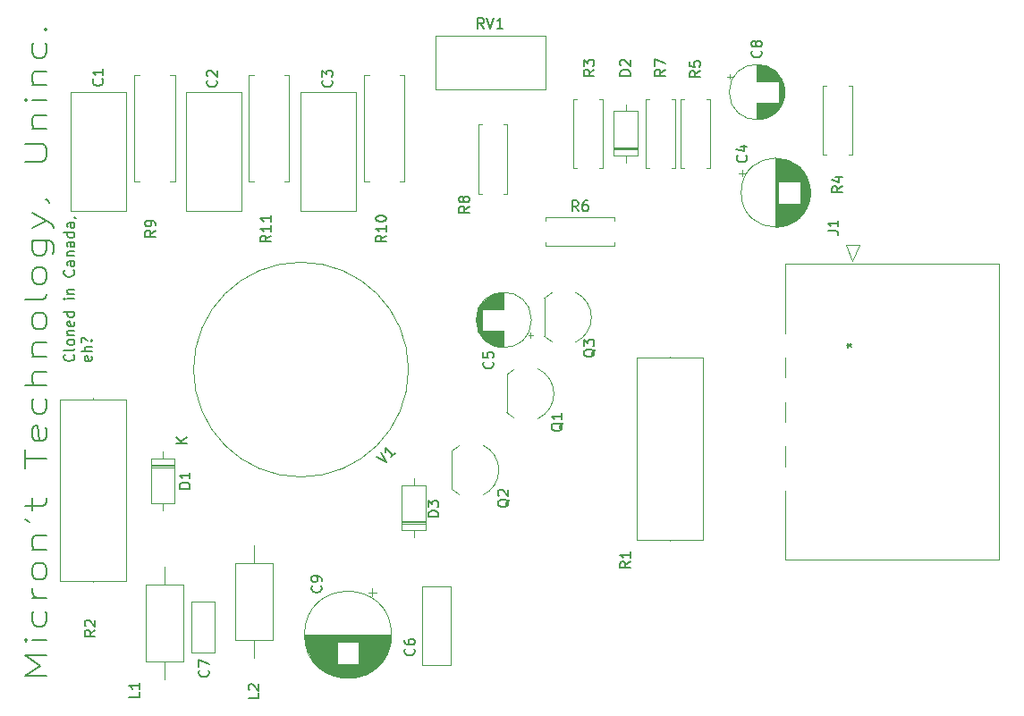
<source format=gbr>
%TF.GenerationSoftware,KiCad,Pcbnew,(5.1.12)-1*%
%TF.CreationDate,2022-10-17T14:23:25-06:00*%
%TF.ProjectId,SE30-Grayscale,53453330-2d47-4726-9179-7363616c652e,rev?*%
%TF.SameCoordinates,Original*%
%TF.FileFunction,Legend,Top*%
%TF.FilePolarity,Positive*%
%FSLAX46Y46*%
G04 Gerber Fmt 4.6, Leading zero omitted, Abs format (unit mm)*
G04 Created by KiCad (PCBNEW (5.1.12)-1) date 2022-10-17 14:23:25*
%MOMM*%
%LPD*%
G01*
G04 APERTURE LIST*
%ADD10C,0.150000*%
%ADD11C,0.120000*%
G04 APERTURE END LIST*
D10*
X105323142Y-82277976D02*
X105370761Y-82325595D01*
X105418380Y-82468452D01*
X105418380Y-82563690D01*
X105370761Y-82706547D01*
X105275523Y-82801785D01*
X105180285Y-82849404D01*
X104989809Y-82897023D01*
X104846952Y-82897023D01*
X104656476Y-82849404D01*
X104561238Y-82801785D01*
X104466000Y-82706547D01*
X104418380Y-82563690D01*
X104418380Y-82468452D01*
X104466000Y-82325595D01*
X104513619Y-82277976D01*
X105418380Y-81706547D02*
X105370761Y-81801785D01*
X105275523Y-81849404D01*
X104418380Y-81849404D01*
X105418380Y-81182738D02*
X105370761Y-81277976D01*
X105323142Y-81325595D01*
X105227904Y-81373214D01*
X104942190Y-81373214D01*
X104846952Y-81325595D01*
X104799333Y-81277976D01*
X104751714Y-81182738D01*
X104751714Y-81039880D01*
X104799333Y-80944642D01*
X104846952Y-80897023D01*
X104942190Y-80849404D01*
X105227904Y-80849404D01*
X105323142Y-80897023D01*
X105370761Y-80944642D01*
X105418380Y-81039880D01*
X105418380Y-81182738D01*
X104751714Y-80420833D02*
X105418380Y-80420833D01*
X104846952Y-80420833D02*
X104799333Y-80373214D01*
X104751714Y-80277976D01*
X104751714Y-80135119D01*
X104799333Y-80039880D01*
X104894571Y-79992261D01*
X105418380Y-79992261D01*
X105370761Y-79135119D02*
X105418380Y-79230357D01*
X105418380Y-79420833D01*
X105370761Y-79516071D01*
X105275523Y-79563690D01*
X104894571Y-79563690D01*
X104799333Y-79516071D01*
X104751714Y-79420833D01*
X104751714Y-79230357D01*
X104799333Y-79135119D01*
X104894571Y-79087500D01*
X104989809Y-79087500D01*
X105085047Y-79563690D01*
X105418380Y-78230357D02*
X104418380Y-78230357D01*
X105370761Y-78230357D02*
X105418380Y-78325595D01*
X105418380Y-78516071D01*
X105370761Y-78611309D01*
X105323142Y-78658928D01*
X105227904Y-78706547D01*
X104942190Y-78706547D01*
X104846952Y-78658928D01*
X104799333Y-78611309D01*
X104751714Y-78516071D01*
X104751714Y-78325595D01*
X104799333Y-78230357D01*
X105418380Y-76992261D02*
X104751714Y-76992261D01*
X104418380Y-76992261D02*
X104466000Y-77039880D01*
X104513619Y-76992261D01*
X104466000Y-76944642D01*
X104418380Y-76992261D01*
X104513619Y-76992261D01*
X104751714Y-76516071D02*
X105418380Y-76516071D01*
X104846952Y-76516071D02*
X104799333Y-76468452D01*
X104751714Y-76373214D01*
X104751714Y-76230357D01*
X104799333Y-76135119D01*
X104894571Y-76087500D01*
X105418380Y-76087500D01*
X105323142Y-74277976D02*
X105370761Y-74325595D01*
X105418380Y-74468452D01*
X105418380Y-74563690D01*
X105370761Y-74706547D01*
X105275523Y-74801785D01*
X105180285Y-74849404D01*
X104989809Y-74897023D01*
X104846952Y-74897023D01*
X104656476Y-74849404D01*
X104561238Y-74801785D01*
X104466000Y-74706547D01*
X104418380Y-74563690D01*
X104418380Y-74468452D01*
X104466000Y-74325595D01*
X104513619Y-74277976D01*
X105418380Y-73420833D02*
X104894571Y-73420833D01*
X104799333Y-73468452D01*
X104751714Y-73563690D01*
X104751714Y-73754166D01*
X104799333Y-73849404D01*
X105370761Y-73420833D02*
X105418380Y-73516071D01*
X105418380Y-73754166D01*
X105370761Y-73849404D01*
X105275523Y-73897023D01*
X105180285Y-73897023D01*
X105085047Y-73849404D01*
X105037428Y-73754166D01*
X105037428Y-73516071D01*
X104989809Y-73420833D01*
X104751714Y-72944642D02*
X105418380Y-72944642D01*
X104846952Y-72944642D02*
X104799333Y-72897023D01*
X104751714Y-72801785D01*
X104751714Y-72658928D01*
X104799333Y-72563690D01*
X104894571Y-72516071D01*
X105418380Y-72516071D01*
X105418380Y-71611309D02*
X104894571Y-71611309D01*
X104799333Y-71658928D01*
X104751714Y-71754166D01*
X104751714Y-71944642D01*
X104799333Y-72039880D01*
X105370761Y-71611309D02*
X105418380Y-71706547D01*
X105418380Y-71944642D01*
X105370761Y-72039880D01*
X105275523Y-72087500D01*
X105180285Y-72087500D01*
X105085047Y-72039880D01*
X105037428Y-71944642D01*
X105037428Y-71706547D01*
X104989809Y-71611309D01*
X105418380Y-70706547D02*
X104418380Y-70706547D01*
X105370761Y-70706547D02*
X105418380Y-70801785D01*
X105418380Y-70992261D01*
X105370761Y-71087500D01*
X105323142Y-71135119D01*
X105227904Y-71182738D01*
X104942190Y-71182738D01*
X104846952Y-71135119D01*
X104799333Y-71087500D01*
X104751714Y-70992261D01*
X104751714Y-70801785D01*
X104799333Y-70706547D01*
X105418380Y-69801785D02*
X104894571Y-69801785D01*
X104799333Y-69849404D01*
X104751714Y-69944642D01*
X104751714Y-70135119D01*
X104799333Y-70230357D01*
X105370761Y-69801785D02*
X105418380Y-69897023D01*
X105418380Y-70135119D01*
X105370761Y-70230357D01*
X105275523Y-70277976D01*
X105180285Y-70277976D01*
X105085047Y-70230357D01*
X105037428Y-70135119D01*
X105037428Y-69897023D01*
X104989809Y-69801785D01*
X105370761Y-69277976D02*
X105418380Y-69277976D01*
X105513619Y-69325595D01*
X105561238Y-69373214D01*
X107020761Y-82468452D02*
X107068380Y-82563690D01*
X107068380Y-82754166D01*
X107020761Y-82849404D01*
X106925523Y-82897023D01*
X106544571Y-82897023D01*
X106449333Y-82849404D01*
X106401714Y-82754166D01*
X106401714Y-82563690D01*
X106449333Y-82468452D01*
X106544571Y-82420833D01*
X106639809Y-82420833D01*
X106735047Y-82897023D01*
X107068380Y-81992261D02*
X106068380Y-81992261D01*
X107068380Y-81563690D02*
X106544571Y-81563690D01*
X106449333Y-81611309D01*
X106401714Y-81706547D01*
X106401714Y-81849404D01*
X106449333Y-81944642D01*
X106496952Y-81992261D01*
X106973142Y-80944642D02*
X107020761Y-80897023D01*
X107068380Y-80944642D01*
X107020761Y-80992261D01*
X106973142Y-80944642D01*
X107068380Y-80944642D01*
X106116000Y-81135119D02*
X106068380Y-81039880D01*
X106068380Y-80801785D01*
X106116000Y-80706547D01*
X106211238Y-80658928D01*
X106306476Y-80658928D01*
X106401714Y-80706547D01*
X106449333Y-80754166D01*
X106496952Y-80849404D01*
X106544571Y-80897023D01*
X106639809Y-80944642D01*
X106687428Y-80944642D01*
X102758761Y-112726214D02*
X100758761Y-112726214D01*
X102187333Y-111726214D01*
X100758761Y-110726214D01*
X102758761Y-110726214D01*
X102758761Y-109297642D02*
X101425428Y-109297642D01*
X100758761Y-109297642D02*
X100854000Y-109440500D01*
X100949238Y-109297642D01*
X100854000Y-109154785D01*
X100758761Y-109297642D01*
X100949238Y-109297642D01*
X102663523Y-106583357D02*
X102758761Y-106869071D01*
X102758761Y-107440500D01*
X102663523Y-107726214D01*
X102568285Y-107869071D01*
X102377809Y-108011928D01*
X101806380Y-108011928D01*
X101615904Y-107869071D01*
X101520666Y-107726214D01*
X101425428Y-107440500D01*
X101425428Y-106869071D01*
X101520666Y-106583357D01*
X102758761Y-105297642D02*
X101425428Y-105297642D01*
X101806380Y-105297642D02*
X101615904Y-105154785D01*
X101520666Y-105011928D01*
X101425428Y-104726214D01*
X101425428Y-104440500D01*
X102758761Y-103011928D02*
X102663523Y-103297642D01*
X102568285Y-103440500D01*
X102377809Y-103583357D01*
X101806380Y-103583357D01*
X101615904Y-103440500D01*
X101520666Y-103297642D01*
X101425428Y-103011928D01*
X101425428Y-102583357D01*
X101520666Y-102297642D01*
X101615904Y-102154785D01*
X101806380Y-102011928D01*
X102377809Y-102011928D01*
X102568285Y-102154785D01*
X102663523Y-102297642D01*
X102758761Y-102583357D01*
X102758761Y-103011928D01*
X101425428Y-100726214D02*
X102758761Y-100726214D01*
X101615904Y-100726214D02*
X101520666Y-100583357D01*
X101425428Y-100297642D01*
X101425428Y-99869071D01*
X101520666Y-99583357D01*
X101711142Y-99440500D01*
X102758761Y-99440500D01*
X100758761Y-97869071D02*
X101139714Y-98154785D01*
X101425428Y-97011928D02*
X101425428Y-95869071D01*
X100758761Y-96583357D02*
X102473047Y-96583357D01*
X102663523Y-96440500D01*
X102758761Y-96154785D01*
X102758761Y-95869071D01*
X100758761Y-93011928D02*
X100758761Y-91297642D01*
X102758761Y-92154785D02*
X100758761Y-92154785D01*
X102663523Y-89154785D02*
X102758761Y-89440500D01*
X102758761Y-90011928D01*
X102663523Y-90297642D01*
X102473047Y-90440500D01*
X101711142Y-90440500D01*
X101520666Y-90297642D01*
X101425428Y-90011928D01*
X101425428Y-89440500D01*
X101520666Y-89154785D01*
X101711142Y-89011928D01*
X101901619Y-89011928D01*
X102092095Y-90440500D01*
X102663523Y-86440500D02*
X102758761Y-86726214D01*
X102758761Y-87297642D01*
X102663523Y-87583357D01*
X102568285Y-87726214D01*
X102377809Y-87869071D01*
X101806380Y-87869071D01*
X101615904Y-87726214D01*
X101520666Y-87583357D01*
X101425428Y-87297642D01*
X101425428Y-86726214D01*
X101520666Y-86440500D01*
X102758761Y-85154785D02*
X100758761Y-85154785D01*
X102758761Y-83869071D02*
X101711142Y-83869071D01*
X101520666Y-84011928D01*
X101425428Y-84297642D01*
X101425428Y-84726214D01*
X101520666Y-85011928D01*
X101615904Y-85154785D01*
X101425428Y-82440500D02*
X102758761Y-82440500D01*
X101615904Y-82440500D02*
X101520666Y-82297642D01*
X101425428Y-82011928D01*
X101425428Y-81583357D01*
X101520666Y-81297642D01*
X101711142Y-81154785D01*
X102758761Y-81154785D01*
X102758761Y-79297642D02*
X102663523Y-79583357D01*
X102568285Y-79726214D01*
X102377809Y-79869071D01*
X101806380Y-79869071D01*
X101615904Y-79726214D01*
X101520666Y-79583357D01*
X101425428Y-79297642D01*
X101425428Y-78869071D01*
X101520666Y-78583357D01*
X101615904Y-78440500D01*
X101806380Y-78297642D01*
X102377809Y-78297642D01*
X102568285Y-78440500D01*
X102663523Y-78583357D01*
X102758761Y-78869071D01*
X102758761Y-79297642D01*
X102758761Y-76583357D02*
X102663523Y-76869071D01*
X102473047Y-77011928D01*
X100758761Y-77011928D01*
X102758761Y-75011928D02*
X102663523Y-75297642D01*
X102568285Y-75440500D01*
X102377809Y-75583357D01*
X101806380Y-75583357D01*
X101615904Y-75440500D01*
X101520666Y-75297642D01*
X101425428Y-75011928D01*
X101425428Y-74583357D01*
X101520666Y-74297642D01*
X101615904Y-74154785D01*
X101806380Y-74011928D01*
X102377809Y-74011928D01*
X102568285Y-74154785D01*
X102663523Y-74297642D01*
X102758761Y-74583357D01*
X102758761Y-75011928D01*
X101425428Y-71440500D02*
X103044476Y-71440500D01*
X103234952Y-71583357D01*
X103330190Y-71726214D01*
X103425428Y-72011928D01*
X103425428Y-72440500D01*
X103330190Y-72726214D01*
X102663523Y-71440500D02*
X102758761Y-71726214D01*
X102758761Y-72297642D01*
X102663523Y-72583357D01*
X102568285Y-72726214D01*
X102377809Y-72869071D01*
X101806380Y-72869071D01*
X101615904Y-72726214D01*
X101520666Y-72583357D01*
X101425428Y-72297642D01*
X101425428Y-71726214D01*
X101520666Y-71440500D01*
X101425428Y-70297642D02*
X102758761Y-69583357D01*
X101425428Y-68869071D02*
X102758761Y-69583357D01*
X103234952Y-69869071D01*
X103330190Y-70011928D01*
X103425428Y-70297642D01*
X102663523Y-67583357D02*
X102758761Y-67583357D01*
X102949238Y-67726214D01*
X103044476Y-67869071D01*
X100758761Y-64011928D02*
X102377809Y-64011928D01*
X102568285Y-63869071D01*
X102663523Y-63726214D01*
X102758761Y-63440500D01*
X102758761Y-62869071D01*
X102663523Y-62583357D01*
X102568285Y-62440500D01*
X102377809Y-62297642D01*
X100758761Y-62297642D01*
X101425428Y-60869071D02*
X102758761Y-60869071D01*
X101615904Y-60869071D02*
X101520666Y-60726214D01*
X101425428Y-60440500D01*
X101425428Y-60011928D01*
X101520666Y-59726214D01*
X101711142Y-59583357D01*
X102758761Y-59583357D01*
X102758761Y-58154785D02*
X101425428Y-58154785D01*
X100758761Y-58154785D02*
X100854000Y-58297642D01*
X100949238Y-58154785D01*
X100854000Y-58011928D01*
X100758761Y-58154785D01*
X100949238Y-58154785D01*
X101425428Y-56726214D02*
X102758761Y-56726214D01*
X101615904Y-56726214D02*
X101520666Y-56583357D01*
X101425428Y-56297642D01*
X101425428Y-55869071D01*
X101520666Y-55583357D01*
X101711142Y-55440500D01*
X102758761Y-55440500D01*
X102663523Y-52726214D02*
X102758761Y-53011928D01*
X102758761Y-53583357D01*
X102663523Y-53869071D01*
X102568285Y-54011928D01*
X102377809Y-54154785D01*
X101806380Y-54154785D01*
X101615904Y-54011928D01*
X101520666Y-53869071D01*
X101425428Y-53583357D01*
X101425428Y-53011928D01*
X101520666Y-52726214D01*
X102568285Y-51440500D02*
X102663523Y-51297642D01*
X102758761Y-51440500D01*
X102663523Y-51583357D01*
X102568285Y-51440500D01*
X102758761Y-51440500D01*
D11*
%TO.C,J1*%
X172670000Y-95169330D02*
X172670000Y-101706970D01*
X172670000Y-90969331D02*
X172670000Y-92844666D01*
X172670000Y-86769331D02*
X172670000Y-88644666D01*
X172670000Y-82569332D02*
X172670000Y-84444667D01*
X172670000Y-73707026D02*
X172670000Y-80244668D01*
X192970000Y-73707026D02*
X172670000Y-73707026D01*
X192970000Y-101706970D02*
X192970000Y-73707026D01*
X172670000Y-101706970D02*
X192970000Y-101706970D01*
X179705000Y-71929026D02*
X179070000Y-73453026D01*
X178435000Y-71929026D02*
X179705000Y-71929026D01*
X179070000Y-73453026D02*
X178435000Y-71929026D01*
%TO.C,V1*%
X137043000Y-83693000D02*
G75*
G03*
X137043000Y-83693000I-10170000J0D01*
G01*
%TO.C,Q2*%
X141152000Y-91418000D02*
X141152000Y-95018000D01*
X141879205Y-95542184D02*
G75*
G02*
X141152000Y-95018000I1122795J2324184D01*
G01*
X144100807Y-95574400D02*
G75*
G03*
X145602000Y-93218000I-1098807J2356400D01*
G01*
X144100807Y-90861600D02*
G75*
G02*
X145602000Y-93218000I-1098807J-2356400D01*
G01*
X141879205Y-90893816D02*
G75*
G03*
X141152000Y-91418000I1122795J-2324184D01*
G01*
%TO.C,Q1*%
X146359000Y-84179000D02*
X146359000Y-87779000D01*
X147086205Y-88303184D02*
G75*
G02*
X146359000Y-87779000I1122795J2324184D01*
G01*
X149307807Y-88335400D02*
G75*
G03*
X150809000Y-85979000I-1098807J2356400D01*
G01*
X149307807Y-83622600D02*
G75*
G02*
X150809000Y-85979000I-1098807J-2356400D01*
G01*
X147086205Y-83654816D02*
G75*
G03*
X146359000Y-84179000I1122795J-2324184D01*
G01*
%TO.C,RV1*%
X139580000Y-57150000D02*
X139580000Y-52070000D01*
X139580000Y-57150000D02*
X149980000Y-57150000D01*
X149980000Y-52070000D02*
X149980000Y-57150000D01*
X139580000Y-52070000D02*
X149980000Y-52070000D01*
%TO.C,R11*%
X125745000Y-55763000D02*
X125265000Y-55763000D01*
X125745000Y-65903000D02*
X125745000Y-55763000D01*
X125265000Y-65903000D02*
X125745000Y-65903000D01*
X121905000Y-55763000D02*
X122385000Y-55763000D01*
X121905000Y-65903000D02*
X121905000Y-55763000D01*
X122385000Y-65903000D02*
X121905000Y-65903000D01*
%TO.C,R10*%
X136667000Y-55763000D02*
X136187000Y-55763000D01*
X136667000Y-65903000D02*
X136667000Y-55763000D01*
X136187000Y-65903000D02*
X136667000Y-65903000D01*
X132827000Y-55763000D02*
X133307000Y-55763000D01*
X132827000Y-65903000D02*
X132827000Y-55763000D01*
X133307000Y-65903000D02*
X132827000Y-65903000D01*
%TO.C,R9*%
X114950000Y-55763000D02*
X114470000Y-55763000D01*
X114950000Y-65903000D02*
X114950000Y-55763000D01*
X114470000Y-65903000D02*
X114950000Y-65903000D01*
X111110000Y-55763000D02*
X111590000Y-55763000D01*
X111110000Y-65903000D02*
X111110000Y-55763000D01*
X111590000Y-65903000D02*
X111110000Y-65903000D01*
%TO.C,R8*%
X143664000Y-67024000D02*
X143994000Y-67024000D01*
X143664000Y-60484000D02*
X143664000Y-67024000D01*
X143994000Y-60484000D02*
X143664000Y-60484000D01*
X146404000Y-67024000D02*
X146074000Y-67024000D01*
X146404000Y-60484000D02*
X146404000Y-67024000D01*
X146074000Y-60484000D02*
X146404000Y-60484000D01*
%TO.C,R7*%
X162279000Y-58071000D02*
X161949000Y-58071000D01*
X162279000Y-64611000D02*
X162279000Y-58071000D01*
X161949000Y-64611000D02*
X162279000Y-64611000D01*
X159539000Y-58071000D02*
X159869000Y-58071000D01*
X159539000Y-64611000D02*
X159539000Y-58071000D01*
X159869000Y-64611000D02*
X159539000Y-64611000D01*
%TO.C,R6*%
X156559000Y-71982000D02*
X156559000Y-71652000D01*
X150019000Y-71982000D02*
X156559000Y-71982000D01*
X150019000Y-71652000D02*
X150019000Y-71982000D01*
X156559000Y-69242000D02*
X156559000Y-69572000D01*
X150019000Y-69242000D02*
X156559000Y-69242000D01*
X150019000Y-69572000D02*
X150019000Y-69242000D01*
%TO.C,R5*%
X165581000Y-58071000D02*
X165251000Y-58071000D01*
X165581000Y-64611000D02*
X165581000Y-58071000D01*
X165251000Y-64611000D02*
X165581000Y-64611000D01*
X162841000Y-58071000D02*
X163171000Y-58071000D01*
X162841000Y-64611000D02*
X162841000Y-58071000D01*
X163171000Y-64611000D02*
X162841000Y-64611000D01*
%TO.C,R4*%
X176303000Y-63341000D02*
X176633000Y-63341000D01*
X176303000Y-56801000D02*
X176303000Y-63341000D01*
X176633000Y-56801000D02*
X176303000Y-56801000D01*
X179043000Y-63341000D02*
X178713000Y-63341000D01*
X179043000Y-56801000D02*
X179043000Y-63341000D01*
X178713000Y-56801000D02*
X179043000Y-56801000D01*
%TO.C,R3*%
X152681000Y-64611000D02*
X153011000Y-64611000D01*
X152681000Y-58071000D02*
X152681000Y-64611000D01*
X153011000Y-58071000D02*
X152681000Y-58071000D01*
X155421000Y-64611000D02*
X155091000Y-64611000D01*
X155421000Y-58071000D02*
X155421000Y-64611000D01*
X155091000Y-58071000D02*
X155421000Y-58071000D01*
%TO.C,R2*%
X107188000Y-86403000D02*
X107188000Y-86503000D01*
X107188000Y-103843000D02*
X107188000Y-103743000D01*
X104068000Y-86503000D02*
X104068000Y-103743000D01*
X110308000Y-86503000D02*
X104068000Y-86503000D01*
X110308000Y-103743000D02*
X110308000Y-86503000D01*
X104068000Y-103743000D02*
X110308000Y-103743000D01*
%TO.C,R1*%
X161798000Y-99906000D02*
X161798000Y-99806000D01*
X161798000Y-82466000D02*
X161798000Y-82566000D01*
X164918000Y-99806000D02*
X164918000Y-82566000D01*
X158678000Y-99806000D02*
X164918000Y-99806000D01*
X158678000Y-82566000D02*
X158678000Y-99806000D01*
X164918000Y-82566000D02*
X158678000Y-82566000D01*
%TO.C,Q3*%
X149915000Y-76940000D02*
X149915000Y-80540000D01*
X150642205Y-81064184D02*
G75*
G02*
X149915000Y-80540000I1122795J2324184D01*
G01*
X152863807Y-81096400D02*
G75*
G03*
X154365000Y-78740000I-1098807J2356400D01*
G01*
X152863807Y-76383600D02*
G75*
G02*
X154365000Y-78740000I-1098807J-2356400D01*
G01*
X150642205Y-76415816D02*
G75*
G03*
X149915000Y-76940000I1122795J-2324184D01*
G01*
%TO.C,L2*%
X122428000Y-100354000D02*
X122428000Y-102044000D01*
X122428000Y-110974000D02*
X122428000Y-109284000D01*
X120658000Y-102044000D02*
X120658000Y-109284000D01*
X124198000Y-102044000D02*
X120658000Y-102044000D01*
X124198000Y-109284000D02*
X124198000Y-102044000D01*
X120658000Y-109284000D02*
X124198000Y-109284000D01*
%TO.C,L1*%
X113919000Y-113006000D02*
X113919000Y-111316000D01*
X113919000Y-102386000D02*
X113919000Y-104076000D01*
X115689000Y-111316000D02*
X115689000Y-104076000D01*
X112149000Y-111316000D02*
X115689000Y-111316000D01*
X112149000Y-104076000D02*
X112149000Y-111316000D01*
X115689000Y-104076000D02*
X112149000Y-104076000D01*
%TO.C,D3*%
X136421000Y-98294000D02*
X138661000Y-98294000D01*
X136421000Y-98054000D02*
X138661000Y-98054000D01*
X136421000Y-98174000D02*
X138661000Y-98174000D01*
X137541000Y-94004000D02*
X137541000Y-94654000D01*
X137541000Y-99544000D02*
X137541000Y-98894000D01*
X136421000Y-94654000D02*
X136421000Y-98894000D01*
X138661000Y-94654000D02*
X136421000Y-94654000D01*
X138661000Y-98894000D02*
X138661000Y-94654000D01*
X136421000Y-98894000D02*
X138661000Y-98894000D01*
%TO.C,D2*%
X156487000Y-62861000D02*
X158727000Y-62861000D01*
X156487000Y-62621000D02*
X158727000Y-62621000D01*
X156487000Y-62741000D02*
X158727000Y-62741000D01*
X157607000Y-58571000D02*
X157607000Y-59221000D01*
X157607000Y-64111000D02*
X157607000Y-63461000D01*
X156487000Y-59221000D02*
X156487000Y-63461000D01*
X158727000Y-59221000D02*
X156487000Y-59221000D01*
X158727000Y-63461000D02*
X158727000Y-59221000D01*
X156487000Y-63461000D02*
X158727000Y-63461000D01*
%TO.C,D1*%
X114912000Y-92714000D02*
X112672000Y-92714000D01*
X114912000Y-92954000D02*
X112672000Y-92954000D01*
X114912000Y-92834000D02*
X112672000Y-92834000D01*
X113792000Y-97004000D02*
X113792000Y-96354000D01*
X113792000Y-91464000D02*
X113792000Y-92114000D01*
X114912000Y-96354000D02*
X114912000Y-92114000D01*
X112672000Y-96354000D02*
X114912000Y-96354000D01*
X112672000Y-92114000D02*
X112672000Y-96354000D01*
X114912000Y-92114000D02*
X112672000Y-92114000D01*
%TO.C,C9*%
X134033000Y-104801302D02*
X133233000Y-104801302D01*
X133633000Y-104401302D02*
X133633000Y-105201302D01*
X131851000Y-112892000D02*
X130785000Y-112892000D01*
X132086000Y-112852000D02*
X130550000Y-112852000D01*
X132266000Y-112812000D02*
X130370000Y-112812000D01*
X132416000Y-112772000D02*
X130220000Y-112772000D01*
X132547000Y-112732000D02*
X130089000Y-112732000D01*
X132664000Y-112692000D02*
X129972000Y-112692000D01*
X132771000Y-112652000D02*
X129865000Y-112652000D01*
X132870000Y-112612000D02*
X129766000Y-112612000D01*
X132963000Y-112572000D02*
X129673000Y-112572000D01*
X133049000Y-112532000D02*
X129587000Y-112532000D01*
X133131000Y-112492000D02*
X129505000Y-112492000D01*
X133208000Y-112452000D02*
X129428000Y-112452000D01*
X133282000Y-112412000D02*
X129354000Y-112412000D01*
X133352000Y-112372000D02*
X129284000Y-112372000D01*
X133420000Y-112332000D02*
X129216000Y-112332000D01*
X133484000Y-112292000D02*
X129152000Y-112292000D01*
X133546000Y-112252000D02*
X129090000Y-112252000D01*
X133605000Y-112212000D02*
X129031000Y-112212000D01*
X133663000Y-112172000D02*
X128973000Y-112172000D01*
X133718000Y-112132000D02*
X128918000Y-112132000D01*
X133772000Y-112092000D02*
X128864000Y-112092000D01*
X133823000Y-112052000D02*
X128813000Y-112052000D01*
X133874000Y-112012000D02*
X128762000Y-112012000D01*
X133922000Y-111972000D02*
X128714000Y-111972000D01*
X133969000Y-111932000D02*
X128667000Y-111932000D01*
X134015000Y-111892000D02*
X128621000Y-111892000D01*
X134059000Y-111852000D02*
X128577000Y-111852000D01*
X134102000Y-111812000D02*
X128534000Y-111812000D01*
X134144000Y-111772000D02*
X128492000Y-111772000D01*
X134185000Y-111732000D02*
X128451000Y-111732000D01*
X134225000Y-111692000D02*
X128411000Y-111692000D01*
X134263000Y-111652000D02*
X128373000Y-111652000D01*
X134301000Y-111612000D02*
X128335000Y-111612000D01*
X130278000Y-111572000D02*
X128299000Y-111572000D01*
X134337000Y-111572000D02*
X132358000Y-111572000D01*
X130278000Y-111532000D02*
X128263000Y-111532000D01*
X134373000Y-111532000D02*
X132358000Y-111532000D01*
X130278000Y-111492000D02*
X128228000Y-111492000D01*
X134408000Y-111492000D02*
X132358000Y-111492000D01*
X130278000Y-111452000D02*
X128194000Y-111452000D01*
X134442000Y-111452000D02*
X132358000Y-111452000D01*
X130278000Y-111412000D02*
X128162000Y-111412000D01*
X134474000Y-111412000D02*
X132358000Y-111412000D01*
X130278000Y-111372000D02*
X128129000Y-111372000D01*
X134507000Y-111372000D02*
X132358000Y-111372000D01*
X130278000Y-111332000D02*
X128098000Y-111332000D01*
X134538000Y-111332000D02*
X132358000Y-111332000D01*
X130278000Y-111292000D02*
X128068000Y-111292000D01*
X134568000Y-111292000D02*
X132358000Y-111292000D01*
X130278000Y-111252000D02*
X128038000Y-111252000D01*
X134598000Y-111252000D02*
X132358000Y-111252000D01*
X130278000Y-111212000D02*
X128009000Y-111212000D01*
X134627000Y-111212000D02*
X132358000Y-111212000D01*
X130278000Y-111172000D02*
X127980000Y-111172000D01*
X134656000Y-111172000D02*
X132358000Y-111172000D01*
X130278000Y-111132000D02*
X127953000Y-111132000D01*
X134683000Y-111132000D02*
X132358000Y-111132000D01*
X130278000Y-111092000D02*
X127926000Y-111092000D01*
X134710000Y-111092000D02*
X132358000Y-111092000D01*
X130278000Y-111052000D02*
X127900000Y-111052000D01*
X134736000Y-111052000D02*
X132358000Y-111052000D01*
X130278000Y-111012000D02*
X127874000Y-111012000D01*
X134762000Y-111012000D02*
X132358000Y-111012000D01*
X130278000Y-110972000D02*
X127849000Y-110972000D01*
X134787000Y-110972000D02*
X132358000Y-110972000D01*
X130278000Y-110932000D02*
X127825000Y-110932000D01*
X134811000Y-110932000D02*
X132358000Y-110932000D01*
X130278000Y-110892000D02*
X127801000Y-110892000D01*
X134835000Y-110892000D02*
X132358000Y-110892000D01*
X130278000Y-110852000D02*
X127778000Y-110852000D01*
X134858000Y-110852000D02*
X132358000Y-110852000D01*
X130278000Y-110812000D02*
X127756000Y-110812000D01*
X134880000Y-110812000D02*
X132358000Y-110812000D01*
X130278000Y-110772000D02*
X127734000Y-110772000D01*
X134902000Y-110772000D02*
X132358000Y-110772000D01*
X130278000Y-110732000D02*
X127712000Y-110732000D01*
X134924000Y-110732000D02*
X132358000Y-110732000D01*
X130278000Y-110692000D02*
X127691000Y-110692000D01*
X134945000Y-110692000D02*
X132358000Y-110692000D01*
X130278000Y-110652000D02*
X127671000Y-110652000D01*
X134965000Y-110652000D02*
X132358000Y-110652000D01*
X130278000Y-110612000D02*
X127652000Y-110612000D01*
X134984000Y-110612000D02*
X132358000Y-110612000D01*
X130278000Y-110572000D02*
X127632000Y-110572000D01*
X135004000Y-110572000D02*
X132358000Y-110572000D01*
X130278000Y-110532000D02*
X127614000Y-110532000D01*
X135022000Y-110532000D02*
X132358000Y-110532000D01*
X130278000Y-110492000D02*
X127596000Y-110492000D01*
X135040000Y-110492000D02*
X132358000Y-110492000D01*
X130278000Y-110452000D02*
X127578000Y-110452000D01*
X135058000Y-110452000D02*
X132358000Y-110452000D01*
X130278000Y-110412000D02*
X127561000Y-110412000D01*
X135075000Y-110412000D02*
X132358000Y-110412000D01*
X130278000Y-110372000D02*
X127544000Y-110372000D01*
X135092000Y-110372000D02*
X132358000Y-110372000D01*
X130278000Y-110332000D02*
X127528000Y-110332000D01*
X135108000Y-110332000D02*
X132358000Y-110332000D01*
X130278000Y-110292000D02*
X127513000Y-110292000D01*
X135123000Y-110292000D02*
X132358000Y-110292000D01*
X130278000Y-110252000D02*
X127497000Y-110252000D01*
X135139000Y-110252000D02*
X132358000Y-110252000D01*
X130278000Y-110212000D02*
X127483000Y-110212000D01*
X135153000Y-110212000D02*
X132358000Y-110212000D01*
X130278000Y-110172000D02*
X127468000Y-110172000D01*
X135168000Y-110172000D02*
X132358000Y-110172000D01*
X130278000Y-110132000D02*
X127455000Y-110132000D01*
X135181000Y-110132000D02*
X132358000Y-110132000D01*
X130278000Y-110092000D02*
X127441000Y-110092000D01*
X135195000Y-110092000D02*
X132358000Y-110092000D01*
X130278000Y-110052000D02*
X127429000Y-110052000D01*
X135207000Y-110052000D02*
X132358000Y-110052000D01*
X130278000Y-110012000D02*
X127416000Y-110012000D01*
X135220000Y-110012000D02*
X132358000Y-110012000D01*
X130278000Y-109972000D02*
X127404000Y-109972000D01*
X135232000Y-109972000D02*
X132358000Y-109972000D01*
X130278000Y-109932000D02*
X127393000Y-109932000D01*
X135243000Y-109932000D02*
X132358000Y-109932000D01*
X130278000Y-109892000D02*
X127382000Y-109892000D01*
X135254000Y-109892000D02*
X132358000Y-109892000D01*
X130278000Y-109852000D02*
X127371000Y-109852000D01*
X135265000Y-109852000D02*
X132358000Y-109852000D01*
X130278000Y-109812000D02*
X127361000Y-109812000D01*
X135275000Y-109812000D02*
X132358000Y-109812000D01*
X130278000Y-109772000D02*
X127351000Y-109772000D01*
X135285000Y-109772000D02*
X132358000Y-109772000D01*
X130278000Y-109732000D02*
X127342000Y-109732000D01*
X135294000Y-109732000D02*
X132358000Y-109732000D01*
X130278000Y-109692000D02*
X127333000Y-109692000D01*
X135303000Y-109692000D02*
X132358000Y-109692000D01*
X130278000Y-109652000D02*
X127324000Y-109652000D01*
X135312000Y-109652000D02*
X132358000Y-109652000D01*
X130278000Y-109612000D02*
X127316000Y-109612000D01*
X135320000Y-109612000D02*
X132358000Y-109612000D01*
X130278000Y-109572000D02*
X127308000Y-109572000D01*
X135328000Y-109572000D02*
X132358000Y-109572000D01*
X130278000Y-109532000D02*
X127301000Y-109532000D01*
X135335000Y-109532000D02*
X132358000Y-109532000D01*
X135342000Y-109491000D02*
X127294000Y-109491000D01*
X135348000Y-109451000D02*
X127288000Y-109451000D01*
X135355000Y-109411000D02*
X127281000Y-109411000D01*
X135360000Y-109371000D02*
X127276000Y-109371000D01*
X135366000Y-109331000D02*
X127270000Y-109331000D01*
X135370000Y-109291000D02*
X127266000Y-109291000D01*
X135375000Y-109251000D02*
X127261000Y-109251000D01*
X135379000Y-109211000D02*
X127257000Y-109211000D01*
X135383000Y-109171000D02*
X127253000Y-109171000D01*
X135386000Y-109131000D02*
X127250000Y-109131000D01*
X135389000Y-109091000D02*
X127247000Y-109091000D01*
X135392000Y-109051000D02*
X127244000Y-109051000D01*
X135394000Y-109011000D02*
X127242000Y-109011000D01*
X135395000Y-108971000D02*
X127241000Y-108971000D01*
X135397000Y-108931000D02*
X127239000Y-108931000D01*
X135398000Y-108891000D02*
X127238000Y-108891000D01*
X135398000Y-108851000D02*
X127238000Y-108851000D01*
X135398000Y-108811000D02*
X127238000Y-108811000D01*
X135438000Y-108811000D02*
G75*
G03*
X135438000Y-108811000I-4120000J0D01*
G01*
%TO.C,C8*%
X167482225Y-55679000D02*
X167482225Y-56179000D01*
X167232225Y-55929000D02*
X167732225Y-55929000D01*
X172638000Y-57120000D02*
X172638000Y-57688000D01*
X172598000Y-56886000D02*
X172598000Y-57922000D01*
X172558000Y-56727000D02*
X172558000Y-58081000D01*
X172518000Y-56599000D02*
X172518000Y-58209000D01*
X172478000Y-56489000D02*
X172478000Y-58319000D01*
X172438000Y-56393000D02*
X172438000Y-58415000D01*
X172398000Y-56306000D02*
X172398000Y-58502000D01*
X172358000Y-56226000D02*
X172358000Y-58582000D01*
X172318000Y-56153000D02*
X172318000Y-58655000D01*
X172278000Y-56085000D02*
X172278000Y-58723000D01*
X172238000Y-56021000D02*
X172238000Y-58787000D01*
X172198000Y-55961000D02*
X172198000Y-58847000D01*
X172158000Y-55904000D02*
X172158000Y-58904000D01*
X172118000Y-55850000D02*
X172118000Y-58958000D01*
X172078000Y-55799000D02*
X172078000Y-59009000D01*
X172038000Y-58444000D02*
X172038000Y-59057000D01*
X172038000Y-55751000D02*
X172038000Y-56364000D01*
X171998000Y-58444000D02*
X171998000Y-59103000D01*
X171998000Y-55705000D02*
X171998000Y-56364000D01*
X171958000Y-58444000D02*
X171958000Y-59147000D01*
X171958000Y-55661000D02*
X171958000Y-56364000D01*
X171918000Y-58444000D02*
X171918000Y-59189000D01*
X171918000Y-55619000D02*
X171918000Y-56364000D01*
X171878000Y-58444000D02*
X171878000Y-59230000D01*
X171878000Y-55578000D02*
X171878000Y-56364000D01*
X171838000Y-58444000D02*
X171838000Y-59268000D01*
X171838000Y-55540000D02*
X171838000Y-56364000D01*
X171798000Y-58444000D02*
X171798000Y-59305000D01*
X171798000Y-55503000D02*
X171798000Y-56364000D01*
X171758000Y-58444000D02*
X171758000Y-59341000D01*
X171758000Y-55467000D02*
X171758000Y-56364000D01*
X171718000Y-58444000D02*
X171718000Y-59375000D01*
X171718000Y-55433000D02*
X171718000Y-56364000D01*
X171678000Y-58444000D02*
X171678000Y-59408000D01*
X171678000Y-55400000D02*
X171678000Y-56364000D01*
X171638000Y-58444000D02*
X171638000Y-59439000D01*
X171638000Y-55369000D02*
X171638000Y-56364000D01*
X171598000Y-58444000D02*
X171598000Y-59469000D01*
X171598000Y-55339000D02*
X171598000Y-56364000D01*
X171558000Y-58444000D02*
X171558000Y-59499000D01*
X171558000Y-55309000D02*
X171558000Y-56364000D01*
X171518000Y-58444000D02*
X171518000Y-59526000D01*
X171518000Y-55282000D02*
X171518000Y-56364000D01*
X171478000Y-58444000D02*
X171478000Y-59553000D01*
X171478000Y-55255000D02*
X171478000Y-56364000D01*
X171438000Y-58444000D02*
X171438000Y-59579000D01*
X171438000Y-55229000D02*
X171438000Y-56364000D01*
X171398000Y-58444000D02*
X171398000Y-59604000D01*
X171398000Y-55204000D02*
X171398000Y-56364000D01*
X171358000Y-58444000D02*
X171358000Y-59628000D01*
X171358000Y-55180000D02*
X171358000Y-56364000D01*
X171318000Y-58444000D02*
X171318000Y-59651000D01*
X171318000Y-55157000D02*
X171318000Y-56364000D01*
X171278000Y-58444000D02*
X171278000Y-59672000D01*
X171278000Y-55136000D02*
X171278000Y-56364000D01*
X171238000Y-58444000D02*
X171238000Y-59694000D01*
X171238000Y-55114000D02*
X171238000Y-56364000D01*
X171198000Y-58444000D02*
X171198000Y-59714000D01*
X171198000Y-55094000D02*
X171198000Y-56364000D01*
X171158000Y-58444000D02*
X171158000Y-59733000D01*
X171158000Y-55075000D02*
X171158000Y-56364000D01*
X171118000Y-58444000D02*
X171118000Y-59752000D01*
X171118000Y-55056000D02*
X171118000Y-56364000D01*
X171078000Y-58444000D02*
X171078000Y-59769000D01*
X171078000Y-55039000D02*
X171078000Y-56364000D01*
X171038000Y-58444000D02*
X171038000Y-59786000D01*
X171038000Y-55022000D02*
X171038000Y-56364000D01*
X170998000Y-58444000D02*
X170998000Y-59802000D01*
X170998000Y-55006000D02*
X170998000Y-56364000D01*
X170958000Y-58444000D02*
X170958000Y-59818000D01*
X170958000Y-54990000D02*
X170958000Y-56364000D01*
X170918000Y-58444000D02*
X170918000Y-59832000D01*
X170918000Y-54976000D02*
X170918000Y-56364000D01*
X170878000Y-58444000D02*
X170878000Y-59846000D01*
X170878000Y-54962000D02*
X170878000Y-56364000D01*
X170838000Y-58444000D02*
X170838000Y-59859000D01*
X170838000Y-54949000D02*
X170838000Y-56364000D01*
X170798000Y-58444000D02*
X170798000Y-59872000D01*
X170798000Y-54936000D02*
X170798000Y-56364000D01*
X170758000Y-58444000D02*
X170758000Y-59884000D01*
X170758000Y-54924000D02*
X170758000Y-56364000D01*
X170717000Y-58444000D02*
X170717000Y-59895000D01*
X170717000Y-54913000D02*
X170717000Y-56364000D01*
X170677000Y-58444000D02*
X170677000Y-59905000D01*
X170677000Y-54903000D02*
X170677000Y-56364000D01*
X170637000Y-58444000D02*
X170637000Y-59915000D01*
X170637000Y-54893000D02*
X170637000Y-56364000D01*
X170597000Y-58444000D02*
X170597000Y-59924000D01*
X170597000Y-54884000D02*
X170597000Y-56364000D01*
X170557000Y-58444000D02*
X170557000Y-59932000D01*
X170557000Y-54876000D02*
X170557000Y-56364000D01*
X170517000Y-58444000D02*
X170517000Y-59940000D01*
X170517000Y-54868000D02*
X170517000Y-56364000D01*
X170477000Y-58444000D02*
X170477000Y-59947000D01*
X170477000Y-54861000D02*
X170477000Y-56364000D01*
X170437000Y-58444000D02*
X170437000Y-59954000D01*
X170437000Y-54854000D02*
X170437000Y-56364000D01*
X170397000Y-58444000D02*
X170397000Y-59960000D01*
X170397000Y-54848000D02*
X170397000Y-56364000D01*
X170357000Y-58444000D02*
X170357000Y-59965000D01*
X170357000Y-54843000D02*
X170357000Y-56364000D01*
X170317000Y-58444000D02*
X170317000Y-59969000D01*
X170317000Y-54839000D02*
X170317000Y-56364000D01*
X170277000Y-58444000D02*
X170277000Y-59973000D01*
X170277000Y-54835000D02*
X170277000Y-56364000D01*
X170237000Y-58444000D02*
X170237000Y-59977000D01*
X170237000Y-54831000D02*
X170237000Y-56364000D01*
X170197000Y-58444000D02*
X170197000Y-59980000D01*
X170197000Y-54828000D02*
X170197000Y-56364000D01*
X170157000Y-58444000D02*
X170157000Y-59982000D01*
X170157000Y-54826000D02*
X170157000Y-56364000D01*
X170117000Y-58444000D02*
X170117000Y-59983000D01*
X170117000Y-54825000D02*
X170117000Y-56364000D01*
X170077000Y-54824000D02*
X170077000Y-56364000D01*
X170077000Y-58444000D02*
X170077000Y-59984000D01*
X170037000Y-54824000D02*
X170037000Y-56364000D01*
X170037000Y-58444000D02*
X170037000Y-59984000D01*
X172657000Y-57404000D02*
G75*
G03*
X172657000Y-57404000I-2620000J0D01*
G01*
%TO.C,C7*%
X116482000Y-105677000D02*
X118722000Y-105677000D01*
X116482000Y-110517000D02*
X118722000Y-110517000D01*
X118722000Y-110517000D02*
X118722000Y-105677000D01*
X116482000Y-110517000D02*
X116482000Y-105677000D01*
%TO.C,C6*%
X138330000Y-104270000D02*
X141070000Y-104270000D01*
X138330000Y-111710000D02*
X141070000Y-111710000D01*
X141070000Y-111710000D02*
X141070000Y-104270000D01*
X138330000Y-111710000D02*
X138330000Y-104270000D01*
%TO.C,C5*%
X148620775Y-80719000D02*
X148620775Y-80219000D01*
X148870775Y-80469000D02*
X148370775Y-80469000D01*
X143465000Y-79278000D02*
X143465000Y-78710000D01*
X143505000Y-79512000D02*
X143505000Y-78476000D01*
X143545000Y-79671000D02*
X143545000Y-78317000D01*
X143585000Y-79799000D02*
X143585000Y-78189000D01*
X143625000Y-79909000D02*
X143625000Y-78079000D01*
X143665000Y-80005000D02*
X143665000Y-77983000D01*
X143705000Y-80092000D02*
X143705000Y-77896000D01*
X143745000Y-80172000D02*
X143745000Y-77816000D01*
X143785000Y-80245000D02*
X143785000Y-77743000D01*
X143825000Y-80313000D02*
X143825000Y-77675000D01*
X143865000Y-80377000D02*
X143865000Y-77611000D01*
X143905000Y-80437000D02*
X143905000Y-77551000D01*
X143945000Y-80494000D02*
X143945000Y-77494000D01*
X143985000Y-80548000D02*
X143985000Y-77440000D01*
X144025000Y-80599000D02*
X144025000Y-77389000D01*
X144065000Y-77954000D02*
X144065000Y-77341000D01*
X144065000Y-80647000D02*
X144065000Y-80034000D01*
X144105000Y-77954000D02*
X144105000Y-77295000D01*
X144105000Y-80693000D02*
X144105000Y-80034000D01*
X144145000Y-77954000D02*
X144145000Y-77251000D01*
X144145000Y-80737000D02*
X144145000Y-80034000D01*
X144185000Y-77954000D02*
X144185000Y-77209000D01*
X144185000Y-80779000D02*
X144185000Y-80034000D01*
X144225000Y-77954000D02*
X144225000Y-77168000D01*
X144225000Y-80820000D02*
X144225000Y-80034000D01*
X144265000Y-77954000D02*
X144265000Y-77130000D01*
X144265000Y-80858000D02*
X144265000Y-80034000D01*
X144305000Y-77954000D02*
X144305000Y-77093000D01*
X144305000Y-80895000D02*
X144305000Y-80034000D01*
X144345000Y-77954000D02*
X144345000Y-77057000D01*
X144345000Y-80931000D02*
X144345000Y-80034000D01*
X144385000Y-77954000D02*
X144385000Y-77023000D01*
X144385000Y-80965000D02*
X144385000Y-80034000D01*
X144425000Y-77954000D02*
X144425000Y-76990000D01*
X144425000Y-80998000D02*
X144425000Y-80034000D01*
X144465000Y-77954000D02*
X144465000Y-76959000D01*
X144465000Y-81029000D02*
X144465000Y-80034000D01*
X144505000Y-77954000D02*
X144505000Y-76929000D01*
X144505000Y-81059000D02*
X144505000Y-80034000D01*
X144545000Y-77954000D02*
X144545000Y-76899000D01*
X144545000Y-81089000D02*
X144545000Y-80034000D01*
X144585000Y-77954000D02*
X144585000Y-76872000D01*
X144585000Y-81116000D02*
X144585000Y-80034000D01*
X144625000Y-77954000D02*
X144625000Y-76845000D01*
X144625000Y-81143000D02*
X144625000Y-80034000D01*
X144665000Y-77954000D02*
X144665000Y-76819000D01*
X144665000Y-81169000D02*
X144665000Y-80034000D01*
X144705000Y-77954000D02*
X144705000Y-76794000D01*
X144705000Y-81194000D02*
X144705000Y-80034000D01*
X144745000Y-77954000D02*
X144745000Y-76770000D01*
X144745000Y-81218000D02*
X144745000Y-80034000D01*
X144785000Y-77954000D02*
X144785000Y-76747000D01*
X144785000Y-81241000D02*
X144785000Y-80034000D01*
X144825000Y-77954000D02*
X144825000Y-76726000D01*
X144825000Y-81262000D02*
X144825000Y-80034000D01*
X144865000Y-77954000D02*
X144865000Y-76704000D01*
X144865000Y-81284000D02*
X144865000Y-80034000D01*
X144905000Y-77954000D02*
X144905000Y-76684000D01*
X144905000Y-81304000D02*
X144905000Y-80034000D01*
X144945000Y-77954000D02*
X144945000Y-76665000D01*
X144945000Y-81323000D02*
X144945000Y-80034000D01*
X144985000Y-77954000D02*
X144985000Y-76646000D01*
X144985000Y-81342000D02*
X144985000Y-80034000D01*
X145025000Y-77954000D02*
X145025000Y-76629000D01*
X145025000Y-81359000D02*
X145025000Y-80034000D01*
X145065000Y-77954000D02*
X145065000Y-76612000D01*
X145065000Y-81376000D02*
X145065000Y-80034000D01*
X145105000Y-77954000D02*
X145105000Y-76596000D01*
X145105000Y-81392000D02*
X145105000Y-80034000D01*
X145145000Y-77954000D02*
X145145000Y-76580000D01*
X145145000Y-81408000D02*
X145145000Y-80034000D01*
X145185000Y-77954000D02*
X145185000Y-76566000D01*
X145185000Y-81422000D02*
X145185000Y-80034000D01*
X145225000Y-77954000D02*
X145225000Y-76552000D01*
X145225000Y-81436000D02*
X145225000Y-80034000D01*
X145265000Y-77954000D02*
X145265000Y-76539000D01*
X145265000Y-81449000D02*
X145265000Y-80034000D01*
X145305000Y-77954000D02*
X145305000Y-76526000D01*
X145305000Y-81462000D02*
X145305000Y-80034000D01*
X145345000Y-77954000D02*
X145345000Y-76514000D01*
X145345000Y-81474000D02*
X145345000Y-80034000D01*
X145386000Y-77954000D02*
X145386000Y-76503000D01*
X145386000Y-81485000D02*
X145386000Y-80034000D01*
X145426000Y-77954000D02*
X145426000Y-76493000D01*
X145426000Y-81495000D02*
X145426000Y-80034000D01*
X145466000Y-77954000D02*
X145466000Y-76483000D01*
X145466000Y-81505000D02*
X145466000Y-80034000D01*
X145506000Y-77954000D02*
X145506000Y-76474000D01*
X145506000Y-81514000D02*
X145506000Y-80034000D01*
X145546000Y-77954000D02*
X145546000Y-76466000D01*
X145546000Y-81522000D02*
X145546000Y-80034000D01*
X145586000Y-77954000D02*
X145586000Y-76458000D01*
X145586000Y-81530000D02*
X145586000Y-80034000D01*
X145626000Y-77954000D02*
X145626000Y-76451000D01*
X145626000Y-81537000D02*
X145626000Y-80034000D01*
X145666000Y-77954000D02*
X145666000Y-76444000D01*
X145666000Y-81544000D02*
X145666000Y-80034000D01*
X145706000Y-77954000D02*
X145706000Y-76438000D01*
X145706000Y-81550000D02*
X145706000Y-80034000D01*
X145746000Y-77954000D02*
X145746000Y-76433000D01*
X145746000Y-81555000D02*
X145746000Y-80034000D01*
X145786000Y-77954000D02*
X145786000Y-76429000D01*
X145786000Y-81559000D02*
X145786000Y-80034000D01*
X145826000Y-77954000D02*
X145826000Y-76425000D01*
X145826000Y-81563000D02*
X145826000Y-80034000D01*
X145866000Y-77954000D02*
X145866000Y-76421000D01*
X145866000Y-81567000D02*
X145866000Y-80034000D01*
X145906000Y-77954000D02*
X145906000Y-76418000D01*
X145906000Y-81570000D02*
X145906000Y-80034000D01*
X145946000Y-77954000D02*
X145946000Y-76416000D01*
X145946000Y-81572000D02*
X145946000Y-80034000D01*
X145986000Y-77954000D02*
X145986000Y-76415000D01*
X145986000Y-81573000D02*
X145986000Y-80034000D01*
X146026000Y-81574000D02*
X146026000Y-80034000D01*
X146026000Y-77954000D02*
X146026000Y-76414000D01*
X146066000Y-81574000D02*
X146066000Y-80034000D01*
X146066000Y-77954000D02*
X146066000Y-76414000D01*
X148686000Y-78994000D02*
G75*
G03*
X148686000Y-78994000I-2620000J0D01*
G01*
%TO.C,C4*%
X168625759Y-64775000D02*
X168625759Y-65405000D01*
X168310759Y-65090000D02*
X168940759Y-65090000D01*
X175052000Y-66527000D02*
X175052000Y-67331000D01*
X175012000Y-66296000D02*
X175012000Y-67562000D01*
X174972000Y-66127000D02*
X174972000Y-67731000D01*
X174932000Y-65989000D02*
X174932000Y-67869000D01*
X174892000Y-65870000D02*
X174892000Y-67988000D01*
X174852000Y-65764000D02*
X174852000Y-68094000D01*
X174812000Y-65667000D02*
X174812000Y-68191000D01*
X174772000Y-65579000D02*
X174772000Y-68279000D01*
X174732000Y-65497000D02*
X174732000Y-68361000D01*
X174692000Y-65420000D02*
X174692000Y-68438000D01*
X174652000Y-65348000D02*
X174652000Y-68510000D01*
X174612000Y-65279000D02*
X174612000Y-68579000D01*
X174572000Y-65215000D02*
X174572000Y-68643000D01*
X174532000Y-65153000D02*
X174532000Y-68705000D01*
X174492000Y-65095000D02*
X174492000Y-68763000D01*
X174452000Y-65039000D02*
X174452000Y-68819000D01*
X174412000Y-64985000D02*
X174412000Y-68873000D01*
X174372000Y-64934000D02*
X174372000Y-68924000D01*
X174332000Y-64885000D02*
X174332000Y-68973000D01*
X174292000Y-64837000D02*
X174292000Y-69021000D01*
X174252000Y-64792000D02*
X174252000Y-69066000D01*
X174212000Y-64747000D02*
X174212000Y-69111000D01*
X174172000Y-64705000D02*
X174172000Y-69153000D01*
X174132000Y-64664000D02*
X174132000Y-69194000D01*
X174092000Y-67969000D02*
X174092000Y-69234000D01*
X174092000Y-64624000D02*
X174092000Y-65889000D01*
X174052000Y-67969000D02*
X174052000Y-69272000D01*
X174052000Y-64586000D02*
X174052000Y-65889000D01*
X174012000Y-67969000D02*
X174012000Y-69309000D01*
X174012000Y-64549000D02*
X174012000Y-65889000D01*
X173972000Y-67969000D02*
X173972000Y-69345000D01*
X173972000Y-64513000D02*
X173972000Y-65889000D01*
X173932000Y-67969000D02*
X173932000Y-69379000D01*
X173932000Y-64479000D02*
X173932000Y-65889000D01*
X173892000Y-67969000D02*
X173892000Y-69413000D01*
X173892000Y-64445000D02*
X173892000Y-65889000D01*
X173852000Y-67969000D02*
X173852000Y-69445000D01*
X173852000Y-64413000D02*
X173852000Y-65889000D01*
X173812000Y-67969000D02*
X173812000Y-69477000D01*
X173812000Y-64381000D02*
X173812000Y-65889000D01*
X173772000Y-67969000D02*
X173772000Y-69507000D01*
X173772000Y-64351000D02*
X173772000Y-65889000D01*
X173732000Y-67969000D02*
X173732000Y-69536000D01*
X173732000Y-64322000D02*
X173732000Y-65889000D01*
X173692000Y-67969000D02*
X173692000Y-69565000D01*
X173692000Y-64293000D02*
X173692000Y-65889000D01*
X173652000Y-67969000D02*
X173652000Y-69593000D01*
X173652000Y-64265000D02*
X173652000Y-65889000D01*
X173612000Y-67969000D02*
X173612000Y-69619000D01*
X173612000Y-64239000D02*
X173612000Y-65889000D01*
X173572000Y-67969000D02*
X173572000Y-69645000D01*
X173572000Y-64213000D02*
X173572000Y-65889000D01*
X173532000Y-67969000D02*
X173532000Y-69671000D01*
X173532000Y-64187000D02*
X173532000Y-65889000D01*
X173492000Y-67969000D02*
X173492000Y-69695000D01*
X173492000Y-64163000D02*
X173492000Y-65889000D01*
X173452000Y-67969000D02*
X173452000Y-69719000D01*
X173452000Y-64139000D02*
X173452000Y-65889000D01*
X173412000Y-67969000D02*
X173412000Y-69741000D01*
X173412000Y-64117000D02*
X173412000Y-65889000D01*
X173372000Y-67969000D02*
X173372000Y-69763000D01*
X173372000Y-64095000D02*
X173372000Y-65889000D01*
X173332000Y-67969000D02*
X173332000Y-69785000D01*
X173332000Y-64073000D02*
X173332000Y-65889000D01*
X173292000Y-67969000D02*
X173292000Y-69805000D01*
X173292000Y-64053000D02*
X173292000Y-65889000D01*
X173252000Y-67969000D02*
X173252000Y-69825000D01*
X173252000Y-64033000D02*
X173252000Y-65889000D01*
X173212000Y-67969000D02*
X173212000Y-69845000D01*
X173212000Y-64013000D02*
X173212000Y-65889000D01*
X173172000Y-67969000D02*
X173172000Y-69863000D01*
X173172000Y-63995000D02*
X173172000Y-65889000D01*
X173132000Y-67969000D02*
X173132000Y-69881000D01*
X173132000Y-63977000D02*
X173132000Y-65889000D01*
X173092000Y-67969000D02*
X173092000Y-69899000D01*
X173092000Y-63959000D02*
X173092000Y-65889000D01*
X173052000Y-67969000D02*
X173052000Y-69915000D01*
X173052000Y-63943000D02*
X173052000Y-65889000D01*
X173012000Y-67969000D02*
X173012000Y-69931000D01*
X173012000Y-63927000D02*
X173012000Y-65889000D01*
X172972000Y-67969000D02*
X172972000Y-69947000D01*
X172972000Y-63911000D02*
X172972000Y-65889000D01*
X172932000Y-67969000D02*
X172932000Y-69962000D01*
X172932000Y-63896000D02*
X172932000Y-65889000D01*
X172892000Y-67969000D02*
X172892000Y-69976000D01*
X172892000Y-63882000D02*
X172892000Y-65889000D01*
X172852000Y-67969000D02*
X172852000Y-69990000D01*
X172852000Y-63868000D02*
X172852000Y-65889000D01*
X172812000Y-67969000D02*
X172812000Y-70003000D01*
X172812000Y-63855000D02*
X172812000Y-65889000D01*
X172772000Y-67969000D02*
X172772000Y-70015000D01*
X172772000Y-63843000D02*
X172772000Y-65889000D01*
X172732000Y-67969000D02*
X172732000Y-70027000D01*
X172732000Y-63831000D02*
X172732000Y-65889000D01*
X172692000Y-67969000D02*
X172692000Y-70039000D01*
X172692000Y-63819000D02*
X172692000Y-65889000D01*
X172652000Y-67969000D02*
X172652000Y-70050000D01*
X172652000Y-63808000D02*
X172652000Y-65889000D01*
X172612000Y-67969000D02*
X172612000Y-70060000D01*
X172612000Y-63798000D02*
X172612000Y-65889000D01*
X172572000Y-67969000D02*
X172572000Y-70070000D01*
X172572000Y-63788000D02*
X172572000Y-65889000D01*
X172532000Y-67969000D02*
X172532000Y-70079000D01*
X172532000Y-63779000D02*
X172532000Y-65889000D01*
X172491000Y-67969000D02*
X172491000Y-70088000D01*
X172491000Y-63770000D02*
X172491000Y-65889000D01*
X172451000Y-67969000D02*
X172451000Y-70096000D01*
X172451000Y-63762000D02*
X172451000Y-65889000D01*
X172411000Y-67969000D02*
X172411000Y-70104000D01*
X172411000Y-63754000D02*
X172411000Y-65889000D01*
X172371000Y-67969000D02*
X172371000Y-70111000D01*
X172371000Y-63747000D02*
X172371000Y-65889000D01*
X172331000Y-67969000D02*
X172331000Y-70118000D01*
X172331000Y-63740000D02*
X172331000Y-65889000D01*
X172291000Y-67969000D02*
X172291000Y-70124000D01*
X172291000Y-63734000D02*
X172291000Y-65889000D01*
X172251000Y-67969000D02*
X172251000Y-70130000D01*
X172251000Y-63728000D02*
X172251000Y-65889000D01*
X172211000Y-67969000D02*
X172211000Y-70135000D01*
X172211000Y-63723000D02*
X172211000Y-65889000D01*
X172171000Y-67969000D02*
X172171000Y-70140000D01*
X172171000Y-63718000D02*
X172171000Y-65889000D01*
X172131000Y-67969000D02*
X172131000Y-70144000D01*
X172131000Y-63714000D02*
X172131000Y-65889000D01*
X172091000Y-67969000D02*
X172091000Y-70147000D01*
X172091000Y-63711000D02*
X172091000Y-65889000D01*
X172051000Y-67969000D02*
X172051000Y-70151000D01*
X172051000Y-63707000D02*
X172051000Y-65889000D01*
X172011000Y-63705000D02*
X172011000Y-70153000D01*
X171971000Y-63702000D02*
X171971000Y-70156000D01*
X171931000Y-63701000D02*
X171931000Y-70157000D01*
X171891000Y-63699000D02*
X171891000Y-70159000D01*
X171851000Y-63699000D02*
X171851000Y-70159000D01*
X171811000Y-63699000D02*
X171811000Y-70159000D01*
X175081000Y-66929000D02*
G75*
G03*
X175081000Y-66929000I-3270000J0D01*
G01*
%TO.C,C3*%
X132033000Y-68679000D02*
X126793000Y-68679000D01*
X132033000Y-57439000D02*
X126793000Y-57439000D01*
X126793000Y-57439000D02*
X126793000Y-68679000D01*
X132033000Y-57439000D02*
X132033000Y-68679000D01*
%TO.C,C2*%
X121238000Y-68679000D02*
X115998000Y-68679000D01*
X121238000Y-57439000D02*
X115998000Y-57439000D01*
X115998000Y-57439000D02*
X115998000Y-68679000D01*
X121238000Y-57439000D02*
X121238000Y-68679000D01*
%TO.C,C1*%
X110316000Y-68679000D02*
X105076000Y-68679000D01*
X110316000Y-57439000D02*
X105076000Y-57439000D01*
X105076000Y-57439000D02*
X105076000Y-68679000D01*
X110316000Y-57439000D02*
X110316000Y-68679000D01*
%TO.C,J1*%
D10*
X176744380Y-70564333D02*
X177458666Y-70564333D01*
X177601523Y-70611952D01*
X177696761Y-70707190D01*
X177744380Y-70850047D01*
X177744380Y-70945285D01*
X177744380Y-69564333D02*
X177744380Y-70135761D01*
X177744380Y-69850047D02*
X176744380Y-69850047D01*
X176887238Y-69945285D01*
X176982476Y-70040523D01*
X177030095Y-70135761D01*
X178522380Y-81407000D02*
X178760476Y-81407000D01*
X178665238Y-81645095D02*
X178760476Y-81407000D01*
X178665238Y-81168904D01*
X178950952Y-81549857D02*
X178760476Y-81407000D01*
X178950952Y-81264142D01*
%TO.C,V1*%
X133995586Y-91960425D02*
X134938395Y-92431830D01*
X134466990Y-91489021D01*
X135780188Y-91590036D02*
X135376127Y-91994097D01*
X135578158Y-91792066D02*
X134871051Y-91084960D01*
X134904723Y-91253318D01*
X134904723Y-91388005D01*
X134871051Y-91489021D01*
%TO.C,Q2*%
X146597619Y-95980238D02*
X146550000Y-96075476D01*
X146454761Y-96170714D01*
X146311904Y-96313571D01*
X146264285Y-96408809D01*
X146264285Y-96504047D01*
X146502380Y-96456428D02*
X146454761Y-96551666D01*
X146359523Y-96646904D01*
X146169047Y-96694523D01*
X145835714Y-96694523D01*
X145645238Y-96646904D01*
X145550000Y-96551666D01*
X145502380Y-96456428D01*
X145502380Y-96265952D01*
X145550000Y-96170714D01*
X145645238Y-96075476D01*
X145835714Y-96027857D01*
X146169047Y-96027857D01*
X146359523Y-96075476D01*
X146454761Y-96170714D01*
X146502380Y-96265952D01*
X146502380Y-96456428D01*
X145597619Y-95646904D02*
X145550000Y-95599285D01*
X145502380Y-95504047D01*
X145502380Y-95265952D01*
X145550000Y-95170714D01*
X145597619Y-95123095D01*
X145692857Y-95075476D01*
X145788095Y-95075476D01*
X145930952Y-95123095D01*
X146502380Y-95694523D01*
X146502380Y-95075476D01*
%TO.C,Q1*%
X151677619Y-88741238D02*
X151630000Y-88836476D01*
X151534761Y-88931714D01*
X151391904Y-89074571D01*
X151344285Y-89169809D01*
X151344285Y-89265047D01*
X151582380Y-89217428D02*
X151534761Y-89312666D01*
X151439523Y-89407904D01*
X151249047Y-89455523D01*
X150915714Y-89455523D01*
X150725238Y-89407904D01*
X150630000Y-89312666D01*
X150582380Y-89217428D01*
X150582380Y-89026952D01*
X150630000Y-88931714D01*
X150725238Y-88836476D01*
X150915714Y-88788857D01*
X151249047Y-88788857D01*
X151439523Y-88836476D01*
X151534761Y-88931714D01*
X151582380Y-89026952D01*
X151582380Y-89217428D01*
X151582380Y-87836476D02*
X151582380Y-88407904D01*
X151582380Y-88122190D02*
X150582380Y-88122190D01*
X150725238Y-88217428D01*
X150820476Y-88312666D01*
X150868095Y-88407904D01*
%TO.C,RV1*%
X144184761Y-51379380D02*
X143851428Y-50903190D01*
X143613333Y-51379380D02*
X143613333Y-50379380D01*
X143994285Y-50379380D01*
X144089523Y-50427000D01*
X144137142Y-50474619D01*
X144184761Y-50569857D01*
X144184761Y-50712714D01*
X144137142Y-50807952D01*
X144089523Y-50855571D01*
X143994285Y-50903190D01*
X143613333Y-50903190D01*
X144470476Y-50379380D02*
X144803809Y-51379380D01*
X145137142Y-50379380D01*
X145994285Y-51379380D02*
X145422857Y-51379380D01*
X145708571Y-51379380D02*
X145708571Y-50379380D01*
X145613333Y-50522238D01*
X145518095Y-50617476D01*
X145422857Y-50665095D01*
%TO.C,R11*%
X124023380Y-71000857D02*
X123547190Y-71334190D01*
X124023380Y-71572285D02*
X123023380Y-71572285D01*
X123023380Y-71191333D01*
X123071000Y-71096095D01*
X123118619Y-71048476D01*
X123213857Y-71000857D01*
X123356714Y-71000857D01*
X123451952Y-71048476D01*
X123499571Y-71096095D01*
X123547190Y-71191333D01*
X123547190Y-71572285D01*
X124023380Y-70048476D02*
X124023380Y-70619904D01*
X124023380Y-70334190D02*
X123023380Y-70334190D01*
X123166238Y-70429428D01*
X123261476Y-70524666D01*
X123309095Y-70619904D01*
X124023380Y-69096095D02*
X124023380Y-69667523D01*
X124023380Y-69381809D02*
X123023380Y-69381809D01*
X123166238Y-69477047D01*
X123261476Y-69572285D01*
X123309095Y-69667523D01*
%TO.C,R10*%
X134945380Y-71000857D02*
X134469190Y-71334190D01*
X134945380Y-71572285D02*
X133945380Y-71572285D01*
X133945380Y-71191333D01*
X133993000Y-71096095D01*
X134040619Y-71048476D01*
X134135857Y-71000857D01*
X134278714Y-71000857D01*
X134373952Y-71048476D01*
X134421571Y-71096095D01*
X134469190Y-71191333D01*
X134469190Y-71572285D01*
X134945380Y-70048476D02*
X134945380Y-70619904D01*
X134945380Y-70334190D02*
X133945380Y-70334190D01*
X134088238Y-70429428D01*
X134183476Y-70524666D01*
X134231095Y-70619904D01*
X133945380Y-69429428D02*
X133945380Y-69334190D01*
X133993000Y-69238952D01*
X134040619Y-69191333D01*
X134135857Y-69143714D01*
X134326333Y-69096095D01*
X134564428Y-69096095D01*
X134754904Y-69143714D01*
X134850142Y-69191333D01*
X134897761Y-69238952D01*
X134945380Y-69334190D01*
X134945380Y-69429428D01*
X134897761Y-69524666D01*
X134850142Y-69572285D01*
X134754904Y-69619904D01*
X134564428Y-69667523D01*
X134326333Y-69667523D01*
X134135857Y-69619904D01*
X134040619Y-69572285D01*
X133993000Y-69524666D01*
X133945380Y-69429428D01*
%TO.C,R9*%
X113101380Y-70524666D02*
X112625190Y-70858000D01*
X113101380Y-71096095D02*
X112101380Y-71096095D01*
X112101380Y-70715142D01*
X112149000Y-70619904D01*
X112196619Y-70572285D01*
X112291857Y-70524666D01*
X112434714Y-70524666D01*
X112529952Y-70572285D01*
X112577571Y-70619904D01*
X112625190Y-70715142D01*
X112625190Y-71096095D01*
X113101380Y-70048476D02*
X113101380Y-69858000D01*
X113053761Y-69762761D01*
X113006142Y-69715142D01*
X112863285Y-69619904D01*
X112672809Y-69572285D01*
X112291857Y-69572285D01*
X112196619Y-69619904D01*
X112149000Y-69667523D01*
X112101380Y-69762761D01*
X112101380Y-69953238D01*
X112149000Y-70048476D01*
X112196619Y-70096095D01*
X112291857Y-70143714D01*
X112529952Y-70143714D01*
X112625190Y-70096095D01*
X112672809Y-70048476D01*
X112720428Y-69953238D01*
X112720428Y-69762761D01*
X112672809Y-69667523D01*
X112625190Y-69619904D01*
X112529952Y-69572285D01*
%TO.C,R8*%
X142819380Y-68238666D02*
X142343190Y-68572000D01*
X142819380Y-68810095D02*
X141819380Y-68810095D01*
X141819380Y-68429142D01*
X141867000Y-68333904D01*
X141914619Y-68286285D01*
X142009857Y-68238666D01*
X142152714Y-68238666D01*
X142247952Y-68286285D01*
X142295571Y-68333904D01*
X142343190Y-68429142D01*
X142343190Y-68810095D01*
X142247952Y-67667238D02*
X142200333Y-67762476D01*
X142152714Y-67810095D01*
X142057476Y-67857714D01*
X142009857Y-67857714D01*
X141914619Y-67810095D01*
X141867000Y-67762476D01*
X141819380Y-67667238D01*
X141819380Y-67476761D01*
X141867000Y-67381523D01*
X141914619Y-67333904D01*
X142009857Y-67286285D01*
X142057476Y-67286285D01*
X142152714Y-67333904D01*
X142200333Y-67381523D01*
X142247952Y-67476761D01*
X142247952Y-67667238D01*
X142295571Y-67762476D01*
X142343190Y-67810095D01*
X142438428Y-67857714D01*
X142628904Y-67857714D01*
X142724142Y-67810095D01*
X142771761Y-67762476D01*
X142819380Y-67667238D01*
X142819380Y-67476761D01*
X142771761Y-67381523D01*
X142724142Y-67333904D01*
X142628904Y-67286285D01*
X142438428Y-67286285D01*
X142343190Y-67333904D01*
X142295571Y-67381523D01*
X142247952Y-67476761D01*
%TO.C,R7*%
X161361380Y-55284666D02*
X160885190Y-55618000D01*
X161361380Y-55856095D02*
X160361380Y-55856095D01*
X160361380Y-55475142D01*
X160409000Y-55379904D01*
X160456619Y-55332285D01*
X160551857Y-55284666D01*
X160694714Y-55284666D01*
X160789952Y-55332285D01*
X160837571Y-55379904D01*
X160885190Y-55475142D01*
X160885190Y-55856095D01*
X160361380Y-54951333D02*
X160361380Y-54284666D01*
X161361380Y-54713238D01*
%TO.C,R6*%
X153122333Y-68694380D02*
X152789000Y-68218190D01*
X152550904Y-68694380D02*
X152550904Y-67694380D01*
X152931857Y-67694380D01*
X153027095Y-67742000D01*
X153074714Y-67789619D01*
X153122333Y-67884857D01*
X153122333Y-68027714D01*
X153074714Y-68122952D01*
X153027095Y-68170571D01*
X152931857Y-68218190D01*
X152550904Y-68218190D01*
X153979476Y-67694380D02*
X153789000Y-67694380D01*
X153693761Y-67742000D01*
X153646142Y-67789619D01*
X153550904Y-67932476D01*
X153503285Y-68122952D01*
X153503285Y-68503904D01*
X153550904Y-68599142D01*
X153598523Y-68646761D01*
X153693761Y-68694380D01*
X153884238Y-68694380D01*
X153979476Y-68646761D01*
X154027095Y-68599142D01*
X154074714Y-68503904D01*
X154074714Y-68265809D01*
X154027095Y-68170571D01*
X153979476Y-68122952D01*
X153884238Y-68075333D01*
X153693761Y-68075333D01*
X153598523Y-68122952D01*
X153550904Y-68170571D01*
X153503285Y-68265809D01*
%TO.C,R5*%
X164663380Y-55411666D02*
X164187190Y-55745000D01*
X164663380Y-55983095D02*
X163663380Y-55983095D01*
X163663380Y-55602142D01*
X163711000Y-55506904D01*
X163758619Y-55459285D01*
X163853857Y-55411666D01*
X163996714Y-55411666D01*
X164091952Y-55459285D01*
X164139571Y-55506904D01*
X164187190Y-55602142D01*
X164187190Y-55983095D01*
X163663380Y-54506904D02*
X163663380Y-54983095D01*
X164139571Y-55030714D01*
X164091952Y-54983095D01*
X164044333Y-54887857D01*
X164044333Y-54649761D01*
X164091952Y-54554523D01*
X164139571Y-54506904D01*
X164234809Y-54459285D01*
X164472904Y-54459285D01*
X164568142Y-54506904D01*
X164615761Y-54554523D01*
X164663380Y-54649761D01*
X164663380Y-54887857D01*
X164615761Y-54983095D01*
X164568142Y-55030714D01*
%TO.C,R4*%
X178125380Y-66333666D02*
X177649190Y-66667000D01*
X178125380Y-66905095D02*
X177125380Y-66905095D01*
X177125380Y-66524142D01*
X177173000Y-66428904D01*
X177220619Y-66381285D01*
X177315857Y-66333666D01*
X177458714Y-66333666D01*
X177553952Y-66381285D01*
X177601571Y-66428904D01*
X177649190Y-66524142D01*
X177649190Y-66905095D01*
X177458714Y-65476523D02*
X178125380Y-65476523D01*
X177077761Y-65714619D02*
X177792047Y-65952714D01*
X177792047Y-65333666D01*
%TO.C,R3*%
X154630380Y-55284666D02*
X154154190Y-55618000D01*
X154630380Y-55856095D02*
X153630380Y-55856095D01*
X153630380Y-55475142D01*
X153678000Y-55379904D01*
X153725619Y-55332285D01*
X153820857Y-55284666D01*
X153963714Y-55284666D01*
X154058952Y-55332285D01*
X154106571Y-55379904D01*
X154154190Y-55475142D01*
X154154190Y-55856095D01*
X153630380Y-54951333D02*
X153630380Y-54332285D01*
X154011333Y-54665619D01*
X154011333Y-54522761D01*
X154058952Y-54427523D01*
X154106571Y-54379904D01*
X154201809Y-54332285D01*
X154439904Y-54332285D01*
X154535142Y-54379904D01*
X154582761Y-54427523D01*
X154630380Y-54522761D01*
X154630380Y-54808476D01*
X154582761Y-54903714D01*
X154535142Y-54951333D01*
%TO.C,R2*%
X107386380Y-108370666D02*
X106910190Y-108704000D01*
X107386380Y-108942095D02*
X106386380Y-108942095D01*
X106386380Y-108561142D01*
X106434000Y-108465904D01*
X106481619Y-108418285D01*
X106576857Y-108370666D01*
X106719714Y-108370666D01*
X106814952Y-108418285D01*
X106862571Y-108465904D01*
X106910190Y-108561142D01*
X106910190Y-108942095D01*
X106481619Y-107989714D02*
X106434000Y-107942095D01*
X106386380Y-107846857D01*
X106386380Y-107608761D01*
X106434000Y-107513523D01*
X106481619Y-107465904D01*
X106576857Y-107418285D01*
X106672095Y-107418285D01*
X106814952Y-107465904D01*
X107386380Y-108037333D01*
X107386380Y-107418285D01*
%TO.C,R1*%
X158059380Y-101893666D02*
X157583190Y-102227000D01*
X158059380Y-102465095D02*
X157059380Y-102465095D01*
X157059380Y-102084142D01*
X157107000Y-101988904D01*
X157154619Y-101941285D01*
X157249857Y-101893666D01*
X157392714Y-101893666D01*
X157487952Y-101941285D01*
X157535571Y-101988904D01*
X157583190Y-102084142D01*
X157583190Y-102465095D01*
X158059380Y-100941285D02*
X158059380Y-101512714D01*
X158059380Y-101227000D02*
X157059380Y-101227000D01*
X157202238Y-101322238D01*
X157297476Y-101417476D01*
X157345095Y-101512714D01*
%TO.C,Q3*%
X154725619Y-81756238D02*
X154678000Y-81851476D01*
X154582761Y-81946714D01*
X154439904Y-82089571D01*
X154392285Y-82184809D01*
X154392285Y-82280047D01*
X154630380Y-82232428D02*
X154582761Y-82327666D01*
X154487523Y-82422904D01*
X154297047Y-82470523D01*
X153963714Y-82470523D01*
X153773238Y-82422904D01*
X153678000Y-82327666D01*
X153630380Y-82232428D01*
X153630380Y-82041952D01*
X153678000Y-81946714D01*
X153773238Y-81851476D01*
X153963714Y-81803857D01*
X154297047Y-81803857D01*
X154487523Y-81851476D01*
X154582761Y-81946714D01*
X154630380Y-82041952D01*
X154630380Y-82232428D01*
X153630380Y-81470523D02*
X153630380Y-80851476D01*
X154011333Y-81184809D01*
X154011333Y-81041952D01*
X154058952Y-80946714D01*
X154106571Y-80899095D01*
X154201809Y-80851476D01*
X154439904Y-80851476D01*
X154535142Y-80899095D01*
X154582761Y-80946714D01*
X154630380Y-81041952D01*
X154630380Y-81327666D01*
X154582761Y-81422904D01*
X154535142Y-81470523D01*
%TO.C,L2*%
X122880380Y-114339666D02*
X122880380Y-114815857D01*
X121880380Y-114815857D01*
X121975619Y-114053952D02*
X121928000Y-114006333D01*
X121880380Y-113911095D01*
X121880380Y-113673000D01*
X121928000Y-113577761D01*
X121975619Y-113530142D01*
X122070857Y-113482523D01*
X122166095Y-113482523D01*
X122308952Y-113530142D01*
X122880380Y-114101571D01*
X122880380Y-113482523D01*
%TO.C,L1*%
X111577380Y-114212666D02*
X111577380Y-114688857D01*
X110577380Y-114688857D01*
X111577380Y-113355523D02*
X111577380Y-113926952D01*
X111577380Y-113641238D02*
X110577380Y-113641238D01*
X110720238Y-113736476D01*
X110815476Y-113831714D01*
X110863095Y-113926952D01*
%TO.C,D3*%
X139898380Y-97639095D02*
X138898380Y-97639095D01*
X138898380Y-97401000D01*
X138946000Y-97258142D01*
X139041238Y-97162904D01*
X139136476Y-97115285D01*
X139326952Y-97067666D01*
X139469809Y-97067666D01*
X139660285Y-97115285D01*
X139755523Y-97162904D01*
X139850761Y-97258142D01*
X139898380Y-97401000D01*
X139898380Y-97639095D01*
X138898380Y-96734333D02*
X138898380Y-96115285D01*
X139279333Y-96448619D01*
X139279333Y-96305761D01*
X139326952Y-96210523D01*
X139374571Y-96162904D01*
X139469809Y-96115285D01*
X139707904Y-96115285D01*
X139803142Y-96162904D01*
X139850761Y-96210523D01*
X139898380Y-96305761D01*
X139898380Y-96591476D01*
X139850761Y-96686714D01*
X139803142Y-96734333D01*
%TO.C,D2*%
X158059380Y-55856095D02*
X157059380Y-55856095D01*
X157059380Y-55618000D01*
X157107000Y-55475142D01*
X157202238Y-55379904D01*
X157297476Y-55332285D01*
X157487952Y-55284666D01*
X157630809Y-55284666D01*
X157821285Y-55332285D01*
X157916523Y-55379904D01*
X158011761Y-55475142D01*
X158059380Y-55618000D01*
X158059380Y-55856095D01*
X157154619Y-54903714D02*
X157107000Y-54856095D01*
X157059380Y-54760857D01*
X157059380Y-54522761D01*
X157107000Y-54427523D01*
X157154619Y-54379904D01*
X157249857Y-54332285D01*
X157345095Y-54332285D01*
X157487952Y-54379904D01*
X158059380Y-54951333D01*
X158059380Y-54332285D01*
%TO.C,D1*%
X116364380Y-94972095D02*
X115364380Y-94972095D01*
X115364380Y-94734000D01*
X115412000Y-94591142D01*
X115507238Y-94495904D01*
X115602476Y-94448285D01*
X115792952Y-94400666D01*
X115935809Y-94400666D01*
X116126285Y-94448285D01*
X116221523Y-94495904D01*
X116316761Y-94591142D01*
X116364380Y-94734000D01*
X116364380Y-94972095D01*
X116364380Y-93448285D02*
X116364380Y-94019714D01*
X116364380Y-93734000D02*
X115364380Y-93734000D01*
X115507238Y-93829238D01*
X115602476Y-93924476D01*
X115650095Y-94019714D01*
X116044380Y-90685904D02*
X115044380Y-90685904D01*
X116044380Y-90114476D02*
X115472952Y-90543047D01*
X115044380Y-90114476D02*
X115615809Y-90685904D01*
%TO.C,C9*%
X128754142Y-104179666D02*
X128801761Y-104227285D01*
X128849380Y-104370142D01*
X128849380Y-104465380D01*
X128801761Y-104608238D01*
X128706523Y-104703476D01*
X128611285Y-104751095D01*
X128420809Y-104798714D01*
X128277952Y-104798714D01*
X128087476Y-104751095D01*
X127992238Y-104703476D01*
X127897000Y-104608238D01*
X127849380Y-104465380D01*
X127849380Y-104370142D01*
X127897000Y-104227285D01*
X127944619Y-104179666D01*
X128849380Y-103703476D02*
X128849380Y-103513000D01*
X128801761Y-103417761D01*
X128754142Y-103370142D01*
X128611285Y-103274904D01*
X128420809Y-103227285D01*
X128039857Y-103227285D01*
X127944619Y-103274904D01*
X127897000Y-103322523D01*
X127849380Y-103417761D01*
X127849380Y-103608238D01*
X127897000Y-103703476D01*
X127944619Y-103751095D01*
X128039857Y-103798714D01*
X128277952Y-103798714D01*
X128373190Y-103751095D01*
X128420809Y-103703476D01*
X128468428Y-103608238D01*
X128468428Y-103417761D01*
X128420809Y-103322523D01*
X128373190Y-103274904D01*
X128277952Y-103227285D01*
%TO.C,C8*%
X170410142Y-53506666D02*
X170457761Y-53554285D01*
X170505380Y-53697142D01*
X170505380Y-53792380D01*
X170457761Y-53935238D01*
X170362523Y-54030476D01*
X170267285Y-54078095D01*
X170076809Y-54125714D01*
X169933952Y-54125714D01*
X169743476Y-54078095D01*
X169648238Y-54030476D01*
X169553000Y-53935238D01*
X169505380Y-53792380D01*
X169505380Y-53697142D01*
X169553000Y-53554285D01*
X169600619Y-53506666D01*
X169933952Y-52935238D02*
X169886333Y-53030476D01*
X169838714Y-53078095D01*
X169743476Y-53125714D01*
X169695857Y-53125714D01*
X169600619Y-53078095D01*
X169553000Y-53030476D01*
X169505380Y-52935238D01*
X169505380Y-52744761D01*
X169553000Y-52649523D01*
X169600619Y-52601904D01*
X169695857Y-52554285D01*
X169743476Y-52554285D01*
X169838714Y-52601904D01*
X169886333Y-52649523D01*
X169933952Y-52744761D01*
X169933952Y-52935238D01*
X169981571Y-53030476D01*
X170029190Y-53078095D01*
X170124428Y-53125714D01*
X170314904Y-53125714D01*
X170410142Y-53078095D01*
X170457761Y-53030476D01*
X170505380Y-52935238D01*
X170505380Y-52744761D01*
X170457761Y-52649523D01*
X170410142Y-52601904D01*
X170314904Y-52554285D01*
X170124428Y-52554285D01*
X170029190Y-52601904D01*
X169981571Y-52649523D01*
X169933952Y-52744761D01*
%TO.C,C7*%
X118086142Y-112180666D02*
X118133761Y-112228285D01*
X118181380Y-112371142D01*
X118181380Y-112466380D01*
X118133761Y-112609238D01*
X118038523Y-112704476D01*
X117943285Y-112752095D01*
X117752809Y-112799714D01*
X117609952Y-112799714D01*
X117419476Y-112752095D01*
X117324238Y-112704476D01*
X117229000Y-112609238D01*
X117181380Y-112466380D01*
X117181380Y-112371142D01*
X117229000Y-112228285D01*
X117276619Y-112180666D01*
X117181380Y-111847333D02*
X117181380Y-111180666D01*
X118181380Y-111609238D01*
%TO.C,C6*%
X137557142Y-110148666D02*
X137604761Y-110196285D01*
X137652380Y-110339142D01*
X137652380Y-110434380D01*
X137604761Y-110577238D01*
X137509523Y-110672476D01*
X137414285Y-110720095D01*
X137223809Y-110767714D01*
X137080952Y-110767714D01*
X136890476Y-110720095D01*
X136795238Y-110672476D01*
X136700000Y-110577238D01*
X136652380Y-110434380D01*
X136652380Y-110339142D01*
X136700000Y-110196285D01*
X136747619Y-110148666D01*
X136652380Y-109291523D02*
X136652380Y-109482000D01*
X136700000Y-109577238D01*
X136747619Y-109624857D01*
X136890476Y-109720095D01*
X137080952Y-109767714D01*
X137461904Y-109767714D01*
X137557142Y-109720095D01*
X137604761Y-109672476D01*
X137652380Y-109577238D01*
X137652380Y-109386761D01*
X137604761Y-109291523D01*
X137557142Y-109243904D01*
X137461904Y-109196285D01*
X137223809Y-109196285D01*
X137128571Y-109243904D01*
X137080952Y-109291523D01*
X137033333Y-109386761D01*
X137033333Y-109577238D01*
X137080952Y-109672476D01*
X137128571Y-109720095D01*
X137223809Y-109767714D01*
%TO.C,C5*%
X145010142Y-82970666D02*
X145057761Y-83018285D01*
X145105380Y-83161142D01*
X145105380Y-83256380D01*
X145057761Y-83399238D01*
X144962523Y-83494476D01*
X144867285Y-83542095D01*
X144676809Y-83589714D01*
X144533952Y-83589714D01*
X144343476Y-83542095D01*
X144248238Y-83494476D01*
X144153000Y-83399238D01*
X144105380Y-83256380D01*
X144105380Y-83161142D01*
X144153000Y-83018285D01*
X144200619Y-82970666D01*
X144105380Y-82065904D02*
X144105380Y-82542095D01*
X144581571Y-82589714D01*
X144533952Y-82542095D01*
X144486333Y-82446857D01*
X144486333Y-82208761D01*
X144533952Y-82113523D01*
X144581571Y-82065904D01*
X144676809Y-82018285D01*
X144914904Y-82018285D01*
X145010142Y-82065904D01*
X145057761Y-82113523D01*
X145105380Y-82208761D01*
X145105380Y-82446857D01*
X145057761Y-82542095D01*
X145010142Y-82589714D01*
%TO.C,C4*%
X169013142Y-63412666D02*
X169060761Y-63460285D01*
X169108380Y-63603142D01*
X169108380Y-63698380D01*
X169060761Y-63841238D01*
X168965523Y-63936476D01*
X168870285Y-63984095D01*
X168679809Y-64031714D01*
X168536952Y-64031714D01*
X168346476Y-63984095D01*
X168251238Y-63936476D01*
X168156000Y-63841238D01*
X168108380Y-63698380D01*
X168108380Y-63603142D01*
X168156000Y-63460285D01*
X168203619Y-63412666D01*
X168441714Y-62555523D02*
X169108380Y-62555523D01*
X168060761Y-62793619D02*
X168775047Y-63031714D01*
X168775047Y-62412666D01*
%TO.C,C3*%
X129770142Y-56300666D02*
X129817761Y-56348285D01*
X129865380Y-56491142D01*
X129865380Y-56586380D01*
X129817761Y-56729238D01*
X129722523Y-56824476D01*
X129627285Y-56872095D01*
X129436809Y-56919714D01*
X129293952Y-56919714D01*
X129103476Y-56872095D01*
X129008238Y-56824476D01*
X128913000Y-56729238D01*
X128865380Y-56586380D01*
X128865380Y-56491142D01*
X128913000Y-56348285D01*
X128960619Y-56300666D01*
X128865380Y-55967333D02*
X128865380Y-55348285D01*
X129246333Y-55681619D01*
X129246333Y-55538761D01*
X129293952Y-55443523D01*
X129341571Y-55395904D01*
X129436809Y-55348285D01*
X129674904Y-55348285D01*
X129770142Y-55395904D01*
X129817761Y-55443523D01*
X129865380Y-55538761D01*
X129865380Y-55824476D01*
X129817761Y-55919714D01*
X129770142Y-55967333D01*
%TO.C,C2*%
X118848142Y-56300666D02*
X118895761Y-56348285D01*
X118943380Y-56491142D01*
X118943380Y-56586380D01*
X118895761Y-56729238D01*
X118800523Y-56824476D01*
X118705285Y-56872095D01*
X118514809Y-56919714D01*
X118371952Y-56919714D01*
X118181476Y-56872095D01*
X118086238Y-56824476D01*
X117991000Y-56729238D01*
X117943380Y-56586380D01*
X117943380Y-56491142D01*
X117991000Y-56348285D01*
X118038619Y-56300666D01*
X118038619Y-55919714D02*
X117991000Y-55872095D01*
X117943380Y-55776857D01*
X117943380Y-55538761D01*
X117991000Y-55443523D01*
X118038619Y-55395904D01*
X118133857Y-55348285D01*
X118229095Y-55348285D01*
X118371952Y-55395904D01*
X118943380Y-55967333D01*
X118943380Y-55348285D01*
%TO.C,C1*%
X108053142Y-56173666D02*
X108100761Y-56221285D01*
X108148380Y-56364142D01*
X108148380Y-56459380D01*
X108100761Y-56602238D01*
X108005523Y-56697476D01*
X107910285Y-56745095D01*
X107719809Y-56792714D01*
X107576952Y-56792714D01*
X107386476Y-56745095D01*
X107291238Y-56697476D01*
X107196000Y-56602238D01*
X107148380Y-56459380D01*
X107148380Y-56364142D01*
X107196000Y-56221285D01*
X107243619Y-56173666D01*
X108148380Y-55221285D02*
X108148380Y-55792714D01*
X108148380Y-55507000D02*
X107148380Y-55507000D01*
X107291238Y-55602238D01*
X107386476Y-55697476D01*
X107434095Y-55792714D01*
%TD*%
M02*

</source>
